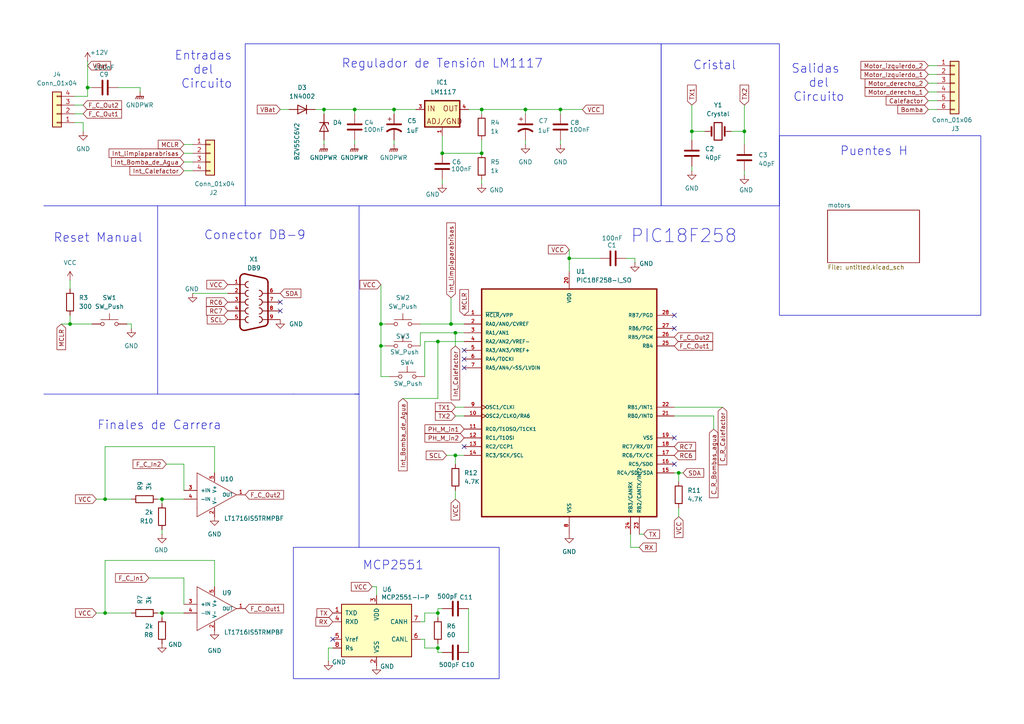
<source format=kicad_sch>
(kicad_sch (version 20250114) (generator "eeschema") (generator_version "9.0")
  (paper "A4")
  (title_block (title "Proyecto - Limpia Parabrisas") (date "2025-03-26") (company "Universidad de Barcelona") (comment 1 "Argibay Manuel, Yang Alex"))
  (lib_symbols
    (symbol "Connector_Generic:Conn_01x04" (pin_names (offset 1.016) (hide yes))
      (property "Reference" "J" (at 0 5.08 0))
      (property "Value" "Conn_01x04" (at 0 -7.62 0))
      (symbol "Conn_01x04_1_1"
        (rectangle (start -1.27 3.81) (end 1.27 -6.35) (stroke (width 0.254)) (fill (type background)))
        (rectangle (start -1.27 2.667) (end 0 2.413) (stroke (width 0.1524)))
        (rectangle (start -1.27 0.127) (end 0 -0.127) (stroke (width 0.1524)))
        (rectangle (start -1.27 -2.413) (end 0 -2.667) (stroke (width 0.1524)))
        (rectangle (start -1.27 -4.953) (end 0 -5.207) (stroke (width 0.1524)))
        (pin passive line (at -5.08 2.54 0) (length 3.81) (name "Pin_1") (number "1"))
        (pin passive line (at -5.08 0 0) (length 3.81) (name "Pin_2") (number "2"))
        (pin passive line (at -5.08 -2.54 0) (length 3.81) (name "Pin_3") (number "3"))
        (pin passive line (at -5.08 -5.08 0) (length 3.81) (name "Pin_4") (number "4"))
      )
    )
    (symbol "Connector_Generic:Conn_01x06" (pin_names (offset 1.016) (hide yes))
      (property "Reference" "J" (at 0 7.62 0))
      (property "Value" "Conn_01x06" (at 0 -10.16 0))
      (symbol "Conn_01x06_1_1"
        (rectangle (start -1.27 6.35) (end 1.27 -8.89) (stroke (width 0.254)) (fill (type background)))
        (rectangle (start -1.27 5.207) (end 0 4.953) (stroke (width 0.1524)))
        (rectangle (start -1.27 2.667) (end 0 2.413) (stroke (width 0.1524)))
        (rectangle (start -1.27 0.127) (end 0 -0.127) (stroke (width 0.1524)))
        (rectangle (start -1.27 -2.413) (end 0 -2.667) (stroke (width 0.1524)))
        (rectangle (start -1.27 -4.953) (end 0 -5.207) (stroke (width 0.1524)))
        (rectangle (start -1.27 -7.493) (end 0 -7.747) (stroke (width 0.1524)))
        (pin passive line (at -5.08 5.08 0) (length 3.81) (name "Pin_1") (number "1"))
        (pin passive line (at -5.08 2.54 0) (length 3.81) (name "Pin_2") (number "2"))
        (pin passive line (at -5.08 0 0) (length 3.81) (name "Pin_3") (number "3"))
        (pin passive line (at -5.08 -2.54 0) (length 3.81) (name "Pin_4") (number "4"))
        (pin passive line (at -5.08 -5.08 0) (length 3.81) (name "Pin_5") (number "5"))
        (pin passive line (at -5.08 -7.62 0) (length 3.81) (name "Pin_6") (number "6"))
      )
    )
    (symbol "DB9:DB9" (pin_names (offset 1.016))
      (property "Reference" "X" (at -3.8161 8.9043 0))
      (property "Value" "DB9" (at -3.8152 -10.8098 0))
      (symbol "DB9_0_0"
        (polyline (pts (xy -4.064 -6.9312) (xy -4.064 6.9312)) (stroke (width 0.4064)))
        (arc (start -2.5226 -8.1719) (mid -3.5932 -7.9182) (end -4.064 -6.9312) (stroke (width 0.4064)))
        (arc (start -4.064 6.9312) (mid -3.5903 7.9205) (end -2.5226 8.172) (stroke (width 0.4064)))
        (polyline (pts (xy -2.5226 8.1718) (xy 0 7.62)) (stroke (width 0.4064)))
        (polyline (pts (xy -2.5226 -8.1718) (xy 0 -7.62)) (stroke (width 0.4064)))
        (arc (start -1.651 4.191) (mid -2.5361 5.08) (end -1.651 5.969) (stroke (width 0.254)))
        (arc (start -1.651 1.651) (mid -2.5361 2.54) (end -1.651 3.429) (stroke (width 0.254)))
        (arc (start -1.651 -0.889) (mid -2.5361 0) (end -1.651 0.889) (stroke (width 0.254)))
        (arc (start -1.651 -3.429) (mid -2.5361 -2.54) (end -1.651 -1.651) (stroke (width 0.254)))
        (arc (start -1.651 -5.969) (mid -2.5361 -5.08) (end -1.651 -4.191) (stroke (width 0.254)))
        (polyline (pts (xy 0 7.62) (xy 3.0654 6.9494)) (stroke (width 0.4064)))
        (polyline (pts (xy 0 -7.62) (xy 3.0654 -6.9494)) (stroke (width 0.4064)))
        (arc (start 1.524 3.429) (mid 2.4091 2.54) (end 1.524 1.651) (stroke (width 0.254)))
        (arc (start 1.524 0.889) (mid 2.4091 0) (end 1.524 -0.889) (stroke (width 0.254)))
        (arc (start 1.524 -1.651) (mid 2.4091 -2.54) (end 1.524 -3.429) (stroke (width 0.254)))
        (arc (start 1.524 -4.191) (mid 2.4091 -5.08) (end 1.524 -5.969) (stroke (width 0.254)))
        (arc (start 3.0654 6.9495) (mid 3.7833 6.5051) (end 4.0642 5.7088) (stroke (width 0.4064)))
        (arc (start 4.064 -5.7088) (mid 3.7857 -6.5021) (end 3.0654 -6.9494) (stroke (width 0.4064)))
        (polyline (pts (xy 4.064 -5.7088) (xy 4.064 5.7088)) (stroke (width 0.4064)))
        (pin passive line (at -7.62 5.08 0) (length 5.08) (name "~") (number "1"))
        (pin passive line (at -7.62 2.54 0) (length 5.08) (name "~") (number "2"))
        (pin passive line (at -7.62 0 0) (length 5.08) (name "~") (number "3"))
        (pin passive line (at -7.62 -2.54 0) (length 5.08) (name "~") (number "4"))
        (pin passive line (at -7.62 -5.08 0) (length 5.08) (name "~") (number "5"))
        (pin passive line (at 7.62 2.54 180) (length 5.08) (name "~") (number "6"))
        (pin passive line (at 7.62 0 180) (length 5.08) (name "~") (number "7"))
        (pin passive line (at 7.62 -2.54 180) (length 5.08) (name "~") (number "8"))
        (pin passive line (at 7.62 -5.08 180) (length 5.08) (name "~") (number "9"))
      )
    )
    (symbol "Device:C" (pin_numbers (hide yes)) (pin_names (offset 0.254))
      (property "Reference" "C" (at 0.635 2.54 0))
      (property "Value" "C" (at 0.635 -2.54 0))
      (symbol "C_0_1"
        (polyline (pts (xy -2.032 0.762) (xy 2.032 0.762)) (stroke (width 0.508)))
        (polyline (pts (xy -2.032 -0.762) (xy 2.032 -0.762)) (stroke (width 0.508)))
      )
      (symbol "C_1_1"
        (pin passive line (at 0 3.81 270) (length 2.794) (name "~") (number "1"))
        (pin passive line (at 0 -3.81 90) (length 2.794) (name "~") (number "2"))
      )
    )
    (symbol "Device:C_Polarized_US" (pin_numbers (hide yes)) (pin_names (offset 0.254) (hide yes))
      (property "Reference" "C" (at 0.635 2.54 0))
      (property "Value" "C_Polarized_US" (at 0.635 -2.54 0))
      (symbol "C_Polarized_US_0_1"
        (polyline (pts (xy -2.032 0.762) (xy 2.032 0.762)) (stroke (width 0.508)))
        (polyline (pts (xy -1.778 2.286) (xy -0.762 2.286)))
        (polyline (pts (xy -1.27 1.778) (xy -1.27 2.794)))
        (arc (start -2.032 -1.27) (mid 0 -0.5572) (end 2.032 -1.27) (stroke (width 0.508)))
      )
      (symbol "C_Polarized_US_1_1"
        (pin passive line (at 0 3.81 270) (length 2.794) (name "~") (number "1"))
        (pin passive line (at 0 -3.81 90) (length 3.302) (name "~") (number "2"))
      )
    )
    (symbol "Device:Crystal" (pin_numbers (hide yes)) (pin_names (offset 1.016) (hide yes))
      (property "Reference" "Y" (at 0 3.81 0))
      (property "Value" "Crystal" (at 0 -3.81 0))
      (symbol "Crystal_0_1"
        (polyline (pts (xy -2.54 0) (xy -1.905 0)))
        (polyline (pts (xy -1.905 -1.27) (xy -1.905 1.27)) (stroke (width 0.508)))
        (rectangle (start -1.143 2.54) (end 1.143 -2.54) (stroke (width 0.3048)))
        (polyline (pts (xy 1.905 -1.27) (xy 1.905 1.27)) (stroke (width 0.508)))
        (polyline (pts (xy 2.54 0) (xy 1.905 0)))
      )
      (symbol "Crystal_1_1"
        (pin passive line (at -3.81 0 0) (length 1.27) (name "1") (number "1"))
        (pin passive line (at 3.81 0 180) (length 1.27) (name "2") (number "2"))
      )
    )
    (symbol "Device:R" (pin_numbers (hide yes)) (pin_names (offset 0))
      (property "Reference" "R" (at 2.032 0 90))
      (property "Value" "R" (at 0 0 90))
      (symbol "R_0_1"
        (rectangle (start -1.016 -2.54) (end 1.016 2.54) (stroke (width 0.254)))
      )
      (symbol "R_1_1"
        (pin passive line (at 0 3.81 270) (length 1.27) (name "~") (number "1"))
        (pin passive line (at 0 -3.81 90) (length 1.27) (name "~") (number "2"))
      )
    )
    (symbol "Diode:1N4002" (pin_numbers (hide yes)) (pin_names (hide yes))
      (property "Reference" "D" (at 0 2.54 0))
      (property "Value" "1N4002" (at 0 -2.54 0))
      (symbol "1N4002_0_1"
        (polyline (pts (xy -1.27 1.27) (xy -1.27 -1.27)) (stroke (width 0.254)))
        (polyline (pts (xy 1.27 1.27) (xy 1.27 -1.27) (xy -1.27 0) (xy 1.27 1.27)) (stroke (width 0.254)))
        (polyline (pts (xy 1.27 0) (xy -1.27 0)))
      )
      (symbol "1N4002_1_1"
        (pin passive line (at -3.81 0 0) (length 2.54) (name "K") (number "1"))
        (pin passive line (at 3.81 0 180) (length 2.54) (name "A") (number "2"))
      )
    )
    (symbol "Diode:BZV55C6V2" (pin_numbers (hide yes)) (pin_names (hide yes))
      (property "Reference" "D" (at 0 2.54 0))
      (property "Value" "BZV55C6V2" (at 0 -2.54 0))
      (symbol "BZV55C6V2_0_1"
        (polyline (pts (xy -1.27 -1.27) (xy -1.27 1.27) (xy -0.762 1.27)) (stroke (width 0.254)))
        (polyline (pts (xy 1.27 0) (xy -1.27 0)))
        (polyline (pts (xy 1.27 -1.27) (xy 1.27 1.27) (xy -1.27 0) (xy 1.27 -1.27)) (stroke (width 0.254)))
      )
      (symbol "BZV55C6V2_1_1"
        (pin passive line (at -3.81 0 0) (length 2.54) (name "K") (number "1"))
        (pin passive line (at 3.81 0 180) (length 2.54) (name "A") (number "2"))
      )
    )
    (symbol "Interface_CAN_LIN:MCP2551-I-P" (pin_names (offset 1.016))
      (property "Reference" "U" (at -10.16 8.89 0))
      (property "Value" "MCP2551-I-P" (at 2.54 8.89 0))
      (symbol "MCP2551-I-P_0_1"
        (rectangle (start -10.16 7.62) (end 10.16 -7.62) (stroke (width 0.254)) (fill (type background)))
      )
      (symbol "MCP2551-I-P_1_1"
        (pin input line (at -12.7 5.08 0) (length 2.54) (name "TXD") (number "1"))
        (pin output line (at -12.7 2.54 0) (length 2.54) (name "RXD") (number "4"))
        (pin power_out line (at -12.7 -2.54 0) (length 2.54) (name "Vref") (number "5"))
        (pin input line (at -12.7 -5.08 0) (length 2.54) (name "Rs") (number "8"))
        (pin power_in line (at 0 10.16 270) (length 2.54) (name "VDD") (number "3"))
        (pin power_in line (at 0 -10.16 90) (length 2.54) (name "VSS") (number "2"))
        (pin bidirectional line (at 12.7 2.54 180) (length 2.54) (name "CANH") (number "7"))
        (pin bidirectional line (at 12.7 -2.54 180) (length 2.54) (name "CANL") (number "6"))
      )
    )
    (symbol "LM1117:LM1117" (pin_names (offset 1.016))
      (property "Reference" "IC" (at 2.5423 -7.6268 0))
      (property "Value" "LM1117" (at 2.545 -10.1799 0))
      (symbol "LM1117_0_0"
        (rectangle (start -5.08 -5.08) (end 5.08 2.54) (stroke (width 0.4064)) (fill (type background)))
        (text "ADJ/GND" (at -4.577 -4.3227 0) (effects (font (size 1.5257 1.5257)) (justify left bottom)))
        (text "IN" (at -4.4492 -0.6356 0) (effects (font (size 1.5254 1.5254)) (justify left bottom)))
        (text "OUT" (at 0.1273 -0.6363 0) (effects (font (size 1.527 1.527)) (justify left bottom)))
        (pin input line (at -7.62 0 0) (length 2.54) (name "~") (number "3"))
        (pin input line (at 0 -7.62 90) (length 2.54) (name "~") (number "1"))
        (pin passive line (at 7.62 0 180) (length 2.54) (name "~") (number "4"))
      )
    )
    (symbol "LT1716IS5TRMPBF_1" (pin_names (offset 1.016))
      (property "Reference" "U" (at 15.6194 9.1325 0))
      (property "Value" "LT1716IS5TRMPBF" (at 14.9755 6.5852 0))
      (symbol "LT1716IS5TRMPBF_1_0_1"
        (polyline (pts (xy 15.24 -8.89) (xy 26.67 -15.24)))
        (polyline (pts (xy 15.24 -11.43) (xy 15.24 -8.89)))
        (rectangle (start 15.24 -11.43) (end 15.24 -19.05))
        (polyline (pts (xy 15.24 -21.59) (xy 15.24 -19.05)))
        (polyline (pts (xy 26.67 -15.24) (xy 15.24 -21.59)))
      )
      (symbol "LT1716IS5TRMPBF_1_1_0"
        (pin input line (at 11.43 -13.97 0) (length 3.81) (name "+IN") (number "3"))
        (pin input line (at 11.43 -16.51 0) (length 3.81) (name "-IN") (number "4"))
        (pin power_in line (at 20.32 -8.89 270) (length 2.54) (name "V+") (number "5"))
        (pin power_in line (at 20.32 -21.59 90) (length 2.54) (name "V-") (number "2"))
        (pin output line (at 29.21 -15.24 180) (length 2.54) (name "OUT") (number "1"))
      )
    )
    (symbol "PIC18F258-I_SO:PIC18F258-I_SO" (pin_names (offset 1.016))
      (property "Reference" "U" (at -25.4 34.02 0))
      (property "Value" "PIC18F258-I_SO" (at -25.4 -37.02 0))
      (symbol "PIC18F258-I_SO_0_0"
        (rectangle (start -25.4 33.02) (end 25.4 -33.02) (stroke (width 0.41)) (fill (type background)))
        (pin input line (at -30.48 25.4 0) (length 5.08) (name "~{MCLR}/VPP") (number "1"))
        (pin bidirectional line (at -30.48 22.86 0) (length 5.08) (name "RA0/AN0/CVREF") (number "2"))
        (pin bidirectional line (at -30.48 20.32 0) (length 5.08) (name "RA1/AN1") (number "3"))
        (pin bidirectional line (at -30.48 17.78 0) (length 5.08) (name "RA2/AN2/VREF-") (number "4"))
        (pin bidirectional line (at -30.48 15.24 0) (length 5.08) (name "RA3/AN3/VREF+") (number "5"))
        (pin bidirectional line (at -30.48 12.7 0) (length 5.08) (name "RA4/T0CKI") (number "6"))
        (pin input line (at -30.48 10.16 0) (length 5.08) (name "RA5/AN4/~SS/LVDIN") (number "7"))
        (pin input clock (at -30.48 -1.27 0) (length 5.08) (name "OSC1/CLKI") (number "9"))
        (pin output clock (at -30.48 -3.81 0) (length 5.08) (name "OSC2/CLKO/RA6") (number "10"))
        (pin bidirectional line (at -30.48 -7.62 0) (length 5.08) (name "RC0/T1OSO/T1CK1") (number "11"))
        (pin bidirectional line (at -30.48 -10.16 0) (length 5.08) (name "RC1/T1OSI") (number "12"))
        (pin bidirectional line (at -30.48 -12.7 0) (length 5.08) (name "RC2/CCP1") (number "13"))
        (pin bidirectional line (at -30.48 -15.24 0) (length 5.08) (name "RC3/SCK/SCL") (number "14"))
        (pin power_in line (at 0 38.1 270) (length 5.08) (name "VDD") (number "20"))
        (pin power_in line (at 0 -38.1 90) (length 5.08) (name "VSS") (number "8"))
        (pin bidirectional line (at 17.78 -38.1 90) (length 5.08) (name "RB3/CANRX") (number "24"))
        (pin input line (at 20.32 -38.1 90) (length 5.08) (name "RB2/CANTX/INT2") (number "23"))
        (pin bidirectional line (at 30.48 25.4 180) (length 5.08) (name "RB7/PGD") (number "28"))
        (pin bidirectional line (at 30.48 21.59 180) (length 5.08) (name "RB6/PGC") (number "27"))
        (pin bidirectional line (at 30.48 19.05 180) (length 5.08) (name "RB5/PGM") (number "26"))
        (pin bidirectional line (at 30.48 16.51 180) (length 5.08) (name "RB4") (number "25"))
        (pin input line (at 30.48 -1.27 180) (length 5.08) (name "RB1/INT1") (number "22"))
        (pin input line (at 30.48 -3.81 180) (length 5.08) (name "RB0/INT0") (number "21"))
        (pin power_in line (at 30.48 -10.16 180) (length 5.08) (name "VSS") (number "19"))
        (pin bidirectional line (at 30.48 -12.7 180) (length 5.08) (name "RC7/RX/DT") (number "18"))
        (pin bidirectional line (at 30.48 -15.24 180) (length 5.08) (name "RC6/TX/CK") (number "17"))
        (pin bidirectional line (at 30.48 -17.78 180) (length 5.08) (name "RC5/SDO") (number "16"))
        (pin bidirectional line (at 30.48 -20.32 180) (length 5.08) (name "RC4/SDI/SDA") (number "15"))
      )
    )
    (symbol "Switch:SW_Push" (pin_numbers (hide yes)) (pin_names (offset 1.016) (hide yes))
      (property "Reference" "SW" (at 1.27 2.54 0))
      (property "Value" "SW_Push" (at 0 -1.524 0))
      (symbol "SW_Push_0_1"
        (circle (center -2.032 0) (radius 0.508))
        (polyline (pts (xy 0 1.27) (xy 0 3.048)))
        (circle (center 2.032 0) (radius 0.508))
        (polyline (pts (xy 2.54 1.27) (xy -2.54 1.27)))
        (pin passive line (at -5.08 0 0) (length 2.54) (name "1") (number "1"))
        (pin passive line (at 5.08 0 180) (length 2.54) (name "2") (number "2"))
      )
    )
    (symbol "power:+12V" (power) (pin_numbers (hide yes)) (pin_names (offset 0) (hide yes))
      (property "Value" "+12V" (at 0 3.556 0))
      (symbol "+12V_0_1"
        (polyline (pts (xy -0.762 1.27) (xy 0 2.54)))
        (polyline (pts (xy 0 2.54) (xy 0.762 1.27)))
        (polyline (pts (xy 0 0) (xy 0 2.54)))
      )
      (symbol "+12V_1_1"
        (pin power_in line (at 0 0 90) (length 0) (name "~") (number "1"))
      )
    )
    (symbol "power:GND" (power) (pin_numbers (hide yes)) (pin_names (offset 0) (hide yes))
      (property "Value" "GND" (at 0 -3.81 0))
      (symbol "GND_0_1"
        (polyline (pts (xy 0 0) (xy 0 -1.27) (xy 1.27 -1.27) (xy 0 -2.54) (xy -1.27 -1.27) (xy 0 -1.27)))
      )
      (symbol "GND_1_1"
        (pin power_in line (at 0 0 270) (length 0) (name "~") (number "1"))
      )
    )
    (symbol "power:GNDPWR" (power) (pin_numbers (hide yes)) (pin_names (offset 0) (hide yes))
      (property "Value" "GNDPWR" (at 0 -3.302 0))
      (symbol "GNDPWR_0_1"
        (polyline (pts (xy -1.016 -1.27) (xy -1.27 -2.032) (xy -1.27 -2.032)) (stroke (width 0.2032)))
        (polyline (pts (xy -0.508 -1.27) (xy -0.762 -2.032) (xy -0.762 -2.032)) (stroke (width 0.2032)))
        (polyline (pts (xy 0 -1.27) (xy 0 0)))
        (polyline (pts (xy 0 -1.27) (xy -0.254 -2.032) (xy -0.254 -2.032)) (stroke (width 0.2032)))
        (polyline (pts (xy 0.508 -1.27) (xy 0.254 -2.032) (xy 0.254 -2.032)) (stroke (width 0.2032)))
        (polyline (pts (xy 1.016 -1.27) (xy -1.016 -1.27) (xy -1.016 -1.27)) (stroke (width 0.2032)))
        (polyline (pts (xy 1.016 -1.27) (xy 0.762 -2.032) (xy 0.762 -2.032) (xy 0.762 -2.032)) (stroke (width 0.2032)))
      )
      (symbol "GNDPWR_1_1"
        (pin power_in line (at 0 0 270) (length 0) (name "~") (number "1"))
      )
    )
    (symbol "power:VCC" (power) (pin_numbers (hide yes)) (pin_names (offset 0) (hide yes))
      (property "Value" "VCC" (at 0 3.556 0))
      (symbol "VCC_0_1"
        (polyline (pts (xy -0.762 1.27) (xy 0 2.54)))
        (polyline (pts (xy 0 2.54) (xy 0.762 1.27)))
        (polyline (pts (xy 0 0) (xy 0 2.54)))
      )
      (symbol "VCC_1_1"
        (pin power_in line (at 0 0 90) (length 0) (name "~") (number "1"))
      )
    )
  )
  (rectangle (start 191.77 12.7) (end 226.06 59.69))
  (rectangle (start 85.09 158.75) (end 144.78 196.85))
  (rectangle (start 71.12 12.7) (end 191.77 59.69))
  (rectangle (start 226.06 39.37) (end 284.48 91.44))
  (text "Entradas \ndel \nCircuito" (at 59.944 20.32 0) (effects (font (size 2.54 2.54))))
  (text "Cristal" (at 207.264 19.05 0) (effects (font (size 2.54 2.54))))
  (text "Conector DB-9\n" (at 73.914 68.326 0) (effects (font (size 2.54 2.54))))
  (text "PIC18F258\n" (at 198.374 68.58 0) (effects (font (size 3.81 3.81))))
  (text "Regulador de Tensión LM1117" (at 128.27 18.542 0) (effects (font (size 2.54 2.54))))
  (text "MCP2551" (at 114.046 164.084 0) (effects (font (size 2.54 2.54))))
  (text "Reset Manual" (at 28.448 69.088 0) (effects (font (size 2.54 2.54))))
  (text "Finales de Carrera" (at 46.228 123.444 0) (effects (font (size 2.54 2.54))))
  (text "Salidas \ndel\nCircuito" (at 237.49 24.13 0) (effects (font (size 2.54 2.54))))
  (text "Puentes H" (at 253.492 43.942 0) (effects (font (size 2.54 2.54))))
  (junction (at 139.7 44.45))
  (junction (at 200.66 38.1))
  (junction (at 215.9 38.1))
  (junction (at 127 187.96))
  (junction (at 30.48 177.8))
  (junction (at 130.81 93.98))
  (junction (at 30.48 144.78))
  (junction (at 102.87 31.75))
  (junction (at 110.49 93.98))
  (junction (at 46.99 144.78))
  (junction (at 20.32 93.98))
  (junction (at 127 177.8))
  (junction (at 110.49 100.33))
  (junction (at 139.7 31.75))
  (junction (at 165.1 74.93))
  (junction (at 132.08 96.52))
  (junction (at 128.27 44.45))
  (junction (at 196.85 137.16))
  (junction (at 152.4 31.75))
  (junction (at 25.4 25.4))
  (junction (at 46.99 177.8))
  (junction (at 162.56 31.75))
  (junction (at 127 99.06))
  (junction (at 93.98 31.75))
  (junction (at 114.3 31.75))
  (junction (at 132.08 132.08))
  (no_connect (at 195.58 91.44))
  (no_connect (at 134.62 129.54))
  (no_connect (at 134.62 104.14))
  (no_connect (at 81.28 90.17))
  (no_connect (at 96.52 185.42))
  (no_connect (at 81.28 87.63))
  (no_connect (at 195.58 127))
  (no_connect (at 195.58 134.62))
  (no_connect (at 195.58 95.25))
  (no_connect (at 134.62 106.68))
  (no_connect (at 134.62 101.6))
  (wire (pts (xy 127 99.06) (xy 134.62 99.06)))
  (wire (pts (xy 116.84 115.57) (xy 127 115.57)))
  (wire (pts (xy 182.88 158.75) (xy 182.88 154.94)))
  (wire (pts (xy 46.99 144.78) (xy 46.99 146.05)))
  (wire (pts (xy 127 115.57) (xy 127 99.06)))
  (wire (pts (xy 123.19 109.22) (xy 123.19 99.06)))
  (wire (pts (xy 53.34 134.62) (xy 53.34 142.24)))
  (wire (pts (xy 55.88 85.09) (xy 66.04 85.09)))
  (wire (pts (xy 269.24 19.05) (xy 271.78 19.05)))
  (polyline (pts (xy 104.14 114.3) (xy 104.14 158.75)))
  (wire (pts (xy 110.49 93.98) (xy 110.49 100.33)))
  (wire (pts (xy 123.19 180.34) (xy 123.19 177.8)))
  (wire (pts (xy 215.9 30.48) (xy 215.9 38.1)))
  (wire (pts (xy 30.48 177.8) (xy 38.1 177.8)))
  (wire (pts (xy 109.22 170.18) (xy 109.22 172.72)))
  (wire (pts (xy 24.13 35.56) (xy 24.13 38.1)))
  (wire (pts (xy 215.9 49.53) (xy 215.9 50.8)))
  (wire (pts (xy 53.34 49.53) (xy 55.88 49.53)))
  (wire (pts (xy 185.42 158.75) (xy 182.88 158.75)))
  (wire (pts (xy 121.92 100.33) (xy 121.92 96.52)))
  (wire (pts (xy 45.72 177.8) (xy 46.99 177.8)))
  (wire (pts (xy 135.89 31.75) (xy 139.7 31.75)))
  (wire (pts (xy 196.85 137.16) (xy 196.85 139.7)))
  (wire (pts (xy 30.48 129.54) (xy 30.48 144.78)))
  (wire (pts (xy 127 177.8) (xy 127 179.07)))
  (wire (pts (xy 21.59 35.56) (xy 24.13 35.56)))
  (wire (pts (xy 269.24 26.67) (xy 271.78 26.67)))
  (wire (pts (xy 110.49 100.33) (xy 111.76 100.33)))
  (wire (pts (xy 95.25 191.77) (xy 95.25 187.96)))
  (wire (pts (xy 127 187.96) (xy 127 186.69)))
  (wire (pts (xy 200.66 30.48) (xy 200.66 38.1)))
  (wire (pts (xy 132.08 118.11) (xy 134.62 118.11)))
  (wire (pts (xy 81.28 31.75) (xy 83.82 31.75)))
  (wire (pts (xy 21.59 33.02) (xy 24.13 33.02)))
  (wire (pts (xy 121.92 93.98) (xy 130.81 93.98)))
  (wire (pts (xy 30.48 144.78) (xy 27.94 144.78)))
  (wire (pts (xy 132.08 120.65) (xy 134.62 120.65)))
  (wire (pts (xy 30.48 162.56) (xy 62.23 162.56)))
  (wire (pts (xy 207.01 124.46) (xy 207.01 120.65)))
  (wire (pts (xy 123.19 187.96) (xy 127 187.96)))
  (wire (pts (xy 30.48 129.54) (xy 62.23 129.54)))
  (wire (pts (xy 25.4 25.4) (xy 25.4 27.94)))
  (wire (pts (xy 93.98 31.75) (xy 102.87 31.75)))
  (wire (pts (xy 123.19 177.8) (xy 127 177.8)))
  (wire (pts (xy 196.85 147.32) (xy 196.85 149.86)))
  (wire (pts (xy 121.92 96.52) (xy 132.08 96.52)))
  (wire (pts (xy 110.49 82.55) (xy 110.49 93.98)))
  (wire (pts (xy 107.95 170.18) (xy 109.22 170.18)))
  (wire (pts (xy 139.7 31.75) (xy 139.7 33.02)))
  (wire (pts (xy 114.3 40.64) (xy 114.3 41.91)))
  (wire (pts (xy 91.44 31.75) (xy 93.98 31.75)))
  (wire (pts (xy 127 176.53) (xy 127 177.8)))
  (wire (pts (xy 184.15 74.93) (xy 184.15 76.2)))
  (wire (pts (xy 132.08 132.08) (xy 134.62 132.08)))
  (wire (pts (xy 195.58 118.11) (xy 209.55 118.11)))
  (wire (pts (xy 123.19 187.96) (xy 123.19 185.42)))
  (wire (pts (xy 200.66 38.1) (xy 200.66 40.64)))
  (wire (pts (xy 53.34 144.78) (xy 46.99 144.78)))
  (wire (pts (xy 38.1 93.98) (xy 38.1 95.25)))
  (wire (pts (xy 165.1 74.93) (xy 165.1 78.74)))
  (wire (pts (xy 139.7 40.64) (xy 139.7 44.45)))
  (wire (pts (xy 128.27 53.34) (xy 128.27 52.07)))
  (wire (pts (xy 62.23 129.54) (xy 62.23 137.16)))
  (polyline (pts (xy 12.7 114.3) (xy 85.09 114.3)))
  (wire (pts (xy 162.56 31.75) (xy 168.91 31.75)))
  (wire (pts (xy 21.59 27.94) (xy 25.4 27.94)))
  (wire (pts (xy 20.32 81.28) (xy 20.32 83.82)))
  (wire (pts (xy 130.81 93.98) (xy 134.62 93.98)))
  (wire (pts (xy 102.87 31.75) (xy 102.87 33.02)))
  (wire (pts (xy 102.87 40.64) (xy 102.87 41.91)))
  (wire (pts (xy 53.34 44.45) (xy 55.88 44.45)))
  (wire (pts (xy 114.3 31.75) (xy 120.65 31.75)))
  (wire (pts (xy 269.24 31.75) (xy 271.78 31.75)))
  (wire (pts (xy 25.4 17.78) (xy 25.4 25.4)))
  (wire (pts (xy 128.27 176.53) (xy 127 176.53)))
  (wire (pts (xy 36.83 93.98) (xy 38.1 93.98)))
  (wire (pts (xy 162.56 31.75) (xy 162.56 33.02)))
  (wire (pts (xy 53.34 46.99) (xy 55.88 46.99)))
  (wire (pts (xy 30.48 144.78) (xy 38.1 144.78)))
  (wire (pts (xy 128.27 44.45) (xy 139.7 44.45)))
  (wire (pts (xy 123.19 99.06) (xy 127 99.06)))
  (wire (pts (xy 165.1 72.39) (xy 165.1 74.93)))
  (wire (pts (xy 45.72 144.78) (xy 46.99 144.78)))
  (wire (pts (xy 215.9 38.1) (xy 215.9 41.91)))
  (wire (pts (xy 46.99 177.8) (xy 46.99 179.07)))
  (wire (pts (xy 93.98 31.75) (xy 93.98 33.02)))
  (wire (pts (xy 95.25 187.96) (xy 96.52 187.96)))
  (wire (pts (xy 17.78 93.98) (xy 20.32 93.98)))
  (wire (pts (xy 43.18 167.64) (xy 53.34 167.64)))
  (wire (pts (xy 20.32 91.44) (xy 20.32 93.98)))
  (wire (pts (xy 196.85 137.16) (xy 195.58 137.16)))
  (wire (pts (xy 139.7 52.07) (xy 139.7 53.34)))
  (wire (pts (xy 135.89 176.53) (xy 135.89 189.23)))
  (wire (pts (xy 269.24 29.21) (xy 271.78 29.21)))
  (wire (pts (xy 48.26 134.62) (xy 53.34 134.62)))
  (wire (pts (xy 132.08 96.52) (xy 132.08 100.33)))
  (wire (pts (xy 114.3 31.75) (xy 114.3 33.02)))
  (wire (pts (xy 200.66 38.1) (xy 204.47 38.1)))
  (wire (pts (xy 207.01 120.65) (xy 195.58 120.65)))
  (wire (pts (xy 110.49 93.98) (xy 111.76 93.98)))
  (wire (pts (xy 165.1 74.93) (xy 173.99 74.93)))
  (wire (pts (xy 139.7 31.75) (xy 152.4 31.75)))
  (wire (pts (xy 186.69 154.94) (xy 185.42 154.94)))
  (wire (pts (xy 113.03 109.22) (xy 110.49 109.22)))
  (wire (pts (xy 129.54 132.08) (xy 132.08 132.08)))
  (wire (pts (xy 269.24 21.59) (xy 271.78 21.59)))
  (wire (pts (xy 20.32 93.98) (xy 26.67 93.98)))
  (wire (pts (xy 130.81 86.36) (xy 130.81 93.98)))
  (polyline (pts (xy 85.09 114.3) (xy 104.14 114.3)))
  (wire (pts (xy 200.66 48.26) (xy 200.66 49.53)))
  (wire (pts (xy 40.64 25.4) (xy 34.29 25.4)))
  (wire (pts (xy 128.27 39.37) (xy 128.27 44.45)))
  (polyline (pts (xy 102.87 114.3) (xy 104.14 114.3)))
  (wire (pts (xy 152.4 40.64) (xy 152.4 41.91)))
  (wire (pts (xy 53.34 177.8) (xy 46.99 177.8)))
  (wire (pts (xy 269.24 24.13) (xy 271.78 24.13)))
  (wire (pts (xy 93.98 40.64) (xy 93.98 41.91)))
  (wire (pts (xy 30.48 177.8) (xy 27.94 177.8)))
  (polyline (pts (xy 45.72 59.69) (xy 45.72 114.3)))
  (wire (pts (xy 132.08 96.52) (xy 134.62 96.52)))
  (wire (pts (xy 212.09 38.1) (xy 215.9 38.1)))
  (wire (pts (xy 127 187.96) (xy 127 189.23)))
  (wire (pts (xy 25.4 25.4) (xy 26.67 25.4)))
  (wire (pts (xy 121.92 185.42) (xy 123.19 185.42)))
  (wire (pts (xy 152.4 31.75) (xy 152.4 33.02)))
  (wire (pts (xy 181.61 74.93) (xy 184.15 74.93)))
  (wire (pts (xy 55.88 41.91) (xy 53.34 41.91)))
  (wire (pts (xy 21.59 30.48) (xy 24.13 30.48)))
  (wire (pts (xy 40.64 26.67) (xy 40.64 25.4)))
  (wire (pts (xy 53.34 167.64) (xy 53.34 175.26)))
  (wire (pts (xy 30.48 162.56) (xy 30.48 177.8)))
  (wire (pts (xy 110.49 109.22) (xy 110.49 100.33)))
  (wire (pts (xy 121.92 180.34) (xy 123.19 180.34)))
  (wire (pts (xy 102.87 31.75) (xy 114.3 31.75)))
  (wire (pts (xy 127 189.23) (xy 128.27 189.23)))
  (wire (pts (xy 132.08 142.24) (xy 132.08 144.78)))
  (polyline (pts (xy 12.7 59.69) (xy 71.12 59.69)))
  (wire (pts (xy 62.23 162.56) (xy 62.23 170.18)))
  (wire (pts (xy 162.56 40.64) (xy 162.56 41.91)))
  (polyline (pts (xy 104.14 59.69) (xy 104.14 114.3)))
  (wire (pts (xy 46.99 153.67) (xy 46.99 154.94)))
  (wire (pts (xy 198.12 137.16) (xy 196.85 137.16)))
  (wire (pts (xy 152.4 31.75) (xy 162.56 31.75)))
  (wire (pts (xy 132.08 132.08) (xy 132.08 134.62)))
  (global_label "C_R_Bombas_agua" (shape input) (at 207.01 124.46 270) (property "Intersheetrefs" "${INTERSHEET_REFS}" (effects (hide yes))))
  (global_label "VBat" (shape input) (at 25.4 19.05 0) (property "Intersheetrefs" "${INTERSHEET_REFS}" (effects (hide yes))))
  (global_label "Int_limpiaparabrisas" (shape input) (at 130.81 86.36 90) (property "Intersheetrefs" "${INTERSHEET_REFS}" (effects (hide yes))))
  (global_label "F_C_Out1" (shape input) (at 71.12 176.53 0) (property "Intersheetrefs" "${INTERSHEET_REFS}" (effects (hide yes))))
  (global_label "RX" (shape input) (at 185.42 158.75 0) (property "Intersheetrefs" "${INTERSHEET_REFS}" (effects (hide yes))))
  (global_label "TX1" (shape input) (at 200.66 30.48 90) (property "Intersheetrefs" "${INTERSHEET_REFS}" (effects (hide yes))))
  (global_label "PH_M_in1" (shape input) (at 134.62 124.46 180) (property "Intersheetrefs" "${INTERSHEET_REFS}" (effects (hide yes))))
  (global_label "VCC" (shape input) (at 132.08 144.78 270) (property "Intersheetrefs" "${INTERSHEET_REFS}" (effects (hide yes))))
  (global_label "MCLR" (shape input) (at 134.62 91.44 90) (property "Intersheetrefs" "${INTERSHEET_REFS}" (effects (hide yes))))
  (global_label "Motor_derecho_1" (shape input) (at 269.24 26.67 180) (property "Intersheetrefs" "${INTERSHEET_REFS}" (effects (hide yes))))
  (global_label "F_C_Out2" (shape input) (at 24.13 30.48 0) (property "Intersheetrefs" "${INTERSHEET_REFS}" (effects (hide yes))))
  (global_label "MCLR" (shape input) (at 17.78 93.98 270) (property "Intersheetrefs" "${INTERSHEET_REFS}" (effects (hide yes))))
  (global_label "TX2" (shape input) (at 215.9 30.48 90) (property "Intersheetrefs" "${INTERSHEET_REFS}" (effects (hide yes))))
  (global_label "TX" (shape input) (at 96.52 177.8 180) (property "Intersheetrefs" "${INTERSHEET_REFS}" (effects (hide yes))))
  (global_label "VCC" (shape input) (at 110.49 82.55 180) (property "Intersheetrefs" "${INTERSHEET_REFS}" (effects (hide yes))))
  (global_label "F_C_In1" (shape input) (at 43.18 167.64 180) (property "Intersheetrefs" "${INTERSHEET_REFS}" (effects (hide yes))))
  (global_label "Motor_izquierdo_2" (shape input) (at 269.24 19.05 180) (property "Intersheetrefs" "${INTERSHEET_REFS}" (effects (hide yes))))
  (global_label "VCC" (shape input) (at 107.95 170.18 180) (property "Intersheetrefs" "${INTERSHEET_REFS}" (effects (hide yes))))
  (global_label "VCC" (shape input) (at 66.04 82.55 180) (property "Intersheetrefs" "${INTERSHEET_REFS}" (effects (hide yes))))
  (global_label "Calefactor" (shape input) (at 269.24 29.21 180) (property "Intersheetrefs" "${INTERSHEET_REFS}" (effects (hide yes))))
  (global_label "Int_Calefactor" (shape input) (at 53.34 49.53 180) (property "Intersheetrefs" "${INTERSHEET_REFS}" (effects (hide yes))))
  (global_label "RC7" (shape input) (at 195.58 129.54 0) (property "Intersheetrefs" "${INTERSHEET_REFS}" (effects (hide yes))))
  (global_label "VCC" (shape input) (at 27.94 144.78 180) (property "Intersheetrefs" "${INTERSHEET_REFS}" (effects (hide yes))))
  (global_label "Motor_Izquierdo_1" (shape input) (at 269.24 21.59 180) (property "Intersheetrefs" "${INTERSHEET_REFS}" (effects (hide yes))))
  (global_label "TX" (shape input) (at 186.69 154.94 0) (property "Intersheetrefs" "${INTERSHEET_REFS}" (effects (hide yes))))
  (global_label "RC6" (shape input) (at 66.04 87.63 180) (property "Intersheetrefs" "${INTERSHEET_REFS}" (effects (hide yes))))
  (global_label "F_C_Out2" (shape input) (at 195.58 97.79 0) (property "Intersheetrefs" "${INTERSHEET_REFS}" (effects (hide yes))))
  (global_label "SDA" (shape input) (at 81.28 85.09 0) (property "Intersheetrefs" "${INTERSHEET_REFS}" (effects (hide yes))))
  (global_label "VCC" (shape input) (at 27.94 177.8 180) (property "Intersheetrefs" "${INTERSHEET_REFS}" (effects (hide yes))))
  (global_label "VCC" (shape input) (at 165.1 72.39 180) (property "Intersheetrefs" "${INTERSHEET_REFS}" (effects (hide yes))))
  (global_label "TX2" (shape input) (at 132.08 120.65 180) (property "Intersheetrefs" "${INTERSHEET_REFS}" (effects (hide yes))))
  (global_label "Int_Bomba_de_Agua" (shape input) (at 53.34 46.99 180) (property "Intersheetrefs" "${INTERSHEET_REFS}" (effects (hide yes))))
  (global_label "F_C_Out1" (shape input) (at 24.13 33.02 0) (property "Intersheetrefs" "${INTERSHEET_REFS}" (effects (hide yes))))
  (global_label "RC7" (shape input) (at 66.04 90.17 180) (property "Intersheetrefs" "${INTERSHEET_REFS}" (effects (hide yes))))
  (global_label "SCL" (shape input) (at 66.04 92.71 180) (property "Intersheetrefs" "${INTERSHEET_REFS}" (effects (hide yes))))
  (global_label "Int_Bomba_de_Agua" (shape input) (at 116.84 115.57 270) (property "Intersheetrefs" "${INTERSHEET_REFS}" (effects (hide yes))))
  (global_label "MCLR" (shape input) (at 53.34 41.91 180) (property "Intersheetrefs" "${INTERSHEET_REFS}" (effects (hide yes))))
  (global_label "SDA" (shape input) (at 198.12 137.16 0) (property "Intersheetrefs" "${INTERSHEET_REFS}" (effects (hide yes))))
  (global_label "F_C_Out1" (shape input) (at 195.58 100.33 0) (property "Intersheetrefs" "${INTERSHEET_REFS}" (effects (hide yes))))
  (global_label "F_C_Out2" (shape input) (at 71.12 143.51 0) (property "Intersheetrefs" "${INTERSHEET_REFS}" (effects (hide yes))))
  (global_label "F_C_In2" (shape input) (at 48.26 134.62 180) (property "Intersheetrefs" "${INTERSHEET_REFS}" (effects (hide yes))))
  (global_label "Int_Calefactor" (shape input) (at 132.08 100.33 270) (property "Intersheetrefs" "${INTERSHEET_REFS}" (effects (hide yes))))
  (global_label "RC6" (shape input) (at 195.58 132.08 0) (property "Intersheetrefs" "${INTERSHEET_REFS}" (effects (hide yes))))
  (global_label "PH_M_in2" (shape input) (at 134.62 127 180) (property "Intersheetrefs" "${INTERSHEET_REFS}" (effects (hide yes))))
  (global_label "C_R_Calefactor" (shape input) (at 209.55 118.11 270) (property "Intersheetrefs" "${INTERSHEET_REFS}" (effects (hide yes))))
  (global_label "TX1" (shape input) (at 132.08 118.11 180) (property "Intersheetrefs" "${INTERSHEET_REFS}" (effects (hide yes))))
  (global_label "RX" (shape input) (at 96.52 180.34 180) (property "Intersheetrefs" "${INTERSHEET_REFS}" (effects (hide yes))))
  (global_label "Int_limpiaparabrisas" (shape input) (at 53.34 44.45 180) (property "Intersheetrefs" "${INTERSHEET_REFS}" (effects (hide yes))))
  (global_label "Motor_derecho_2" (shape input) (at 269.24 24.13 180) (property "Intersheetrefs" "${INTERSHEET_REFS}" (effects (hide yes))))
  (global_label "VCC" (shape input) (at 196.85 149.86 270) (property "Intersheetrefs" "${INTERSHEET_REFS}" (effects (hide yes))))
  (global_label "VBat" (shape input) (at 81.28 31.75 180) (property "Intersheetrefs" "${INTERSHEET_REFS}" (effects (hide yes))))
  (global_label "VCC" (shape input) (at 168.91 31.75 0) (property "Intersheetrefs" "${INTERSHEET_REFS}" (effects (hide yes))))
  (global_label "Bomba" (shape input) (at 269.24 31.75 180) (property "Intersheetrefs" "${INTERSHEET_REFS}" (effects (hide yes))))
  (global_label "SCL" (shape input) (at 129.54 132.08 180) (property "Intersheetrefs" "${INTERSHEET_REFS}" (effects (hide yes))))
  (symbol (lib_id "power:GNDPWR") (at 102.87 41.91 0) (unit 1)
    (property "Reference" "#PWR030" (effects (hide yes)))
    (property "Value" "GNDPWR" (at 102.743 45.72 0))
    (property "Description" "Power symbol creates a global label with name \"GNDPWR\" , global ground" (effects (hide yes)))
  )
  (symbol (lib_id "power:GND") (at 152.4 41.91 0) (unit 1)
    (property "Reference" "#PWR019" (effects (hide yes)))
    (property "Value" "GND" (at 152.4 46.99 0))
    (property "Description" "Power symbol creates a global label with name \"GND\" , ground" (effects (hide yes)))
  )
  (symbol (lib_id "power:GND") (at 81.28 92.71 0) (unit 1)
    (property "Reference" "#PWR027" (effects (hide yes)))
    (property "Value" "GND" (at 83.82 93.9799 0) (effects (justify left)))
    (property "Description" "Power symbol creates a global label with name \"GND\" , ground" (effects (hide yes)))
  )
  (symbol (lib_name "LT1716IS5TRMPBF_1") (lib_id "LT1716IS5TRMPBF:LT1716IS5TRMPBF") (at 41.91 128.27 0) (unit 1)
    (property "Reference" "U10" (at 65.786 138.938 0))
    (property "Value" "LT1716IS5TRMPBF" (at 73.66 150.368 0))
    (property "Footprint" "LT1716IS5TRMPBF:SOT-5_S" (effects (hide yes)))
    (property "DIGIKEY_PART_NUMBER" "LT1716IS5#TRMPBFTRND" (effects (hide yes)))
    (property "MF" "Analog Devices" (effects (hide yes)))
    (property "VENDOR" "Linear Technology" (effects (hide yes)))
    (property "Description_1" "COMPARATOR, 44V, UP, SOT23-5; No. of Comparators:1; Comparator Type:Precision; Response Time:3µs; Output Type:Pull-Up; Current, Supply:40µA; Voltage, Supply Min:2.7V; Voltage, Supply Max:44V; Termination Type:SMD; Case Style:SOT-23; No. of Pins:5; Operating Temperature Range:-40°C to +85°C; Base Number:1716" (effects (hide yes)))
    (property "COPYRIGHT" "Copyright C 2016 Accelerated Designs. All rights reserved" (effects (hide yes)))
    (property "Package" "SOT-5 Analog Devices" (effects (hide yes)))
    (property "Price" "None" (effects (hide yes)))
    (property "Check_prices" "https://www.snapeda.com/parts/LT1716IS5%23TRMPBF/Analog+Devices/view-part/?ref=eda" (effects (hide yes)))
    (property "SnapEDA_Link" "https://www.snapeda.com/parts/LT1716IS5%23TRMPBF/Analog+Devices/view-part/?ref=snap" (effects (hide yes)))
    (property "MP" "LT1716IS5#TRMPBF" (effects (hide yes)))
    (property "Availability" "In Stock" (effects (hide yes)))
    (property "MANUFACTURER_PART_NUMBER" "lt1716is5#trmpbf" (effects (hide yes)))
  )
  (symbol (lib_id "Switch:SW_Push") (at 116.84 93.98 0) (unit 1)
    (property "Reference" "SW2" (at 116.84 86.36 0))
    (property "Value" "SW_Push" (at 116.84 88.9 0))
    (property "Description" "Push button switch, generic, two pins" (effects (hide yes)))
  )
  (symbol (lib_id "Device:R") (at 196.85 143.51 0) (unit 1)
    (property "Reference" "R11" (at 199.39 142.2399 0) (effects (justify left)))
    (property "Value" "4.7K" (at 199.39 144.7799 0) (effects (justify left)))
    (property "Description" "Resistor" (effects (hide yes)))
  )
  (symbol (lib_name "LT1716IS5TRMPBF_1") (lib_id "LT1716IS5TRMPBF:LT1716IS5TRMPBF") (at 41.91 161.29 0) (unit 1)
    (property "Reference" "U9" (at 65.786 171.958 0))
    (property "Value" "LT1716IS5TRMPBF" (at 73.66 183.388 0))
    (property "Footprint" "LT1716IS5TRMPBF:SOT-5_S" (effects (hide yes)))
    (property "DIGIKEY_PART_NUMBER" "LT1716IS5#TRMPBFTRND" (effects (hide yes)))
    (property "MF" "Analog Devices" (effects (hide yes)))
    (property "VENDOR" "Linear Technology" (effects (hide yes)))
    (property "Description_1" "COMPARATOR, 44V, UP, SOT23-5; No. of Comparators:1; Comparator Type:Precision; Response Time:3µs; Output Type:Pull-Up; Current, Supply:40µA; Voltage, Supply Min:2.7V; Voltage, Supply Max:44V; Termination Type:SMD; Case Style:SOT-23; No. of Pins:5; Operating Temperature Range:-40°C to +85°C; Base Number:1716" (effects (hide yes)))
    (property "COPYRIGHT" "Copyright C 2016 Accelerated Designs. All rights reserved" (effects (hide yes)))
    (property "Package" "SOT-5 Analog Devices" (effects (hide yes)))
    (property "Price" "None" (effects (hide yes)))
    (property "Check_prices" "https://www.snapeda.com/parts/LT1716IS5%23TRMPBF/Analog+Devices/view-part/?ref=eda" (effects (hide yes)))
    (property "SnapEDA_Link" "https://www.snapeda.com/parts/LT1716IS5%23TRMPBF/Analog+Devices/view-part/?ref=snap" (effects (hide yes)))
    (property "MP" "LT1716IS5#TRMPBF" (effects (hide yes)))
    (property "Availability" "In Stock" (effects (hide yes)))
    (property "MANUFACTURER_PART_NUMBER" "lt1716is5#trmpbf" (effects (hide yes)))
  )
  (symbol (lib_id "Device:C") (at 102.87 36.83 0) (unit 1)
    (property "Reference" "C4" (at 105.664 35.56 0) (effects (justify left)))
    (property "Value" "100nF" (at 105.41 37.592 0) (effects (justify left)))
    (property "Description" "Unpolarized capacitor" (effects (hide yes)))
  )
  (symbol (lib_id "power:GND") (at 139.7 53.34 0) (unit 1)
    (property "Reference" "#PWR016" (effects (hide yes)))
    (property "Value" "GND" (at 144.018 55.118 0))
    (property "Description" "Power symbol creates a global label with name \"GND\" , ground" (effects (hide yes)))
  )
  (symbol (lib_id "Device:R") (at 41.91 177.8 270) (unit 1)
    (property "Reference" "R7" (at 40.6399 175.26 0) (effects (justify right)))
    (property "Value" "3k" (at 43.1799 175.26 0) (effects (justify right)))
    (property "Description" "Resistor" (effects (hide yes)))
  )
  (symbol (lib_id "power:GND") (at 95.25 191.77 0) (unit 1)
    (property "Reference" "#PWR021" (effects (hide yes)))
    (property "Value" "GND" (at 98.298 192.024 0))
    (property "Description" "Power symbol creates a global label with name \"GND\" , ground" (effects (hide yes)))
  )
  (symbol (lib_id "Device:R") (at 132.08 138.43 0) (unit 1)
    (property "Reference" "R12" (at 134.62 137.1599 0) (effects (justify left)))
    (property "Value" "4.7K" (at 134.62 139.6999 0) (effects (justify left)))
    (property "Description" "Resistor" (effects (hide yes)))
  )
  (symbol (lib_id "Interface_CAN_LIN:MCP2551-I-P") (at 109.22 182.88 0) (unit 1)
    (property "Reference" "U6" (at 112.268 170.942 0))
    (property "Value" "MCP2551-I-P" (at 117.602 173.228 0))
    (property "Footprint" "Package_DIP:DIP-8_W7.62mm" (effects (hide yes)))
    (property "Datasheet" "http://ww1.microchip.com/downloads/en/devicedoc/21667d.pdf" (effects (hide yes)))
    (property "Description" "High-Speed CAN Transceiver, 1Mbps, 5V supply, DIP-8" (effects (hide yes)))
  )
  (symbol (lib_id "LM1117:LM1117") (at 128.27 31.75 0) (unit 1)
    (property "Reference" "IC1" (at 128.27 23.876 0))
    (property "Value" "LM1117" (at 128.5954 26.67 0))
    (property "MF" "Texas Instruments" (effects (hide yes)))
    (property "Description_1" "1A Low Dropout Positive Voltage Regulator" (effects (hide yes)))
    (property "Package" "None" (effects (hide yes)))
    (property "Price" "None" (effects (hide yes)))
    (property "SnapEDA_Link" "https://www.snapeda.com/parts/LM1117/Texas+Instruments/view-part/?ref=snap" (effects (hide yes)))
    (property "MP" "LM1117" (effects (hide yes)))
    (property "Availability" "Not in stock" (effects (hide yes)))
    (property "Check_prices" "https://www.snapeda.com/parts/LM1117/Texas+Instruments/view-part/?ref=eda" (effects (hide yes)))
  )
  (symbol (lib_id "Device:R") (at 41.91 144.78 270) (unit 1)
    (property "Reference" "R9" (at 40.6399 142.24 0) (effects (justify right)))
    (property "Value" "3k" (at 43.1799 142.24 0) (effects (justify right)))
    (property "Description" "Resistor" (effects (hide yes)))
  )
  (symbol (lib_id "Connector_Generic:Conn_01x06") (at 276.86 24.13 0) (unit 1)
    (property "Reference" "J3" (at 275.844 37.338 0) (effects (justify left)))
    (property "Value" "Conn_01x06" (at 270.256 34.798 0) (effects (justify left)))
    (property "Description" "Generic connector, single row, 01x06, script generated (kicad-library-utils/schlib/autogen/connector/)" (effects (hide yes)))
  )
  (symbol (lib_id "Device:C_Polarized_US") (at 114.3 36.83 0) (unit 1)
    (property "Reference" "C5" (at 118.11 35.052 0) (effects (justify left)))
    (property "Value" "1uF" (at 117.856 37.846 0) (effects (justify left)))
    (property "Description" "Polarized capacitor, US symbol" (effects (hide yes)))
  )
  (symbol (lib_id "Device:C") (at 132.08 189.23 90) (unit 1)
    (property "Reference" "C10" (at 137.668 192.786 90) (effects (justify left)))
    (property "Value" "500pF" (at 133.35 192.786 90) (effects (justify left)))
    (property "Description" "Unpolarized capacitor" (effects (hide yes)))
  )
  (symbol (lib_id "Switch:SW_Push") (at 118.11 109.22 0) (unit 1)
    (property "Reference" "SW4" (at 118.11 105.156 0))
    (property "Value" "SW_Push" (at 118.364 111.252 0))
    (property "Description" "Push button switch, generic, two pins" (effects (hide yes)))
  )
  (symbol (lib_id "power:GND") (at 46.99 154.94 0) (unit 1)
    (property "Reference" "#PWR024" (effects (hide yes)))
    (property "Value" "GND" (at 46.736 159.512 0))
    (property "Description" "Power symbol creates a global label with name \"GND\" , ground" (effects (hide yes)))
  )
  (symbol (lib_id "power:GND") (at 215.9 50.8 0) (unit 1)
    (property "Reference" "#PWR014" (effects (hide yes)))
    (property "Value" "GND" (at 216.408 55.118 0))
    (property "Description" "Power symbol creates a global label with name \"GND\" , ground" (effects (hide yes)))
  )
  (symbol (lib_id "Switch:SW_Push") (at 31.75 93.98 0) (unit 1)
    (property "Reference" "SW1" (at 31.75 86.36 0))
    (property "Value" "SW_Push" (at 31.75 88.9 0))
    (property "Description" "Push button switch, generic, two pins" (effects (hide yes)))
  )
  (symbol (lib_id "power:GNDPWR") (at 93.98 41.91 0) (unit 1)
    (property "Reference" "#PWR032" (effects (hide yes)))
    (property "Value" "GNDPWR" (at 93.853 45.72 0))
    (property "Description" "Power symbol creates a global label with name \"GNDPWR\" , global ground" (effects (hide yes)))
  )
  (symbol (lib_id "Device:R") (at 20.32 87.63 180) (unit 1)
    (property "Reference" "R3" (at 22.86 86.3599 0) (effects (justify right)))
    (property "Value" "300" (at 22.86 88.8999 0) (effects (justify right)))
    (property "Description" "Resistor" (effects (hide yes)))
  )
  (symbol (lib_id "power:GND") (at 62.23 182.88 0) (unit 1)
    (property "Reference" "#PWR023" (effects (hide yes)))
    (property "Value" "GND" (at 62.23 188.722 0))
    (property "Description" "Power symbol creates a global label with name \"GND\" , ground" (effects (hide yes)))
  )
  (symbol (lib_id "power:+12V") (at 25.4 17.78 0) (unit 1)
    (property "Reference" "#PWR01" (effects (hide yes)))
    (property "Value" "+12V" (at 28.702 15.24 0))
    (property "Description" "Power symbol creates a global label with name \"+12V\"" (effects (hide yes)))
  )
  (symbol (lib_id "Device:C") (at 132.08 176.53 90) (unit 1)
    (property "Reference" "C11" (at 137.16 173.228 90) (effects (justify left)))
    (property "Value" "500pF" (at 132.842 172.974 90) (effects (justify left)))
    (property "Description" "Unpolarized capacitor" (effects (hide yes)))
  )
  (symbol (lib_id "Device:C") (at 177.8 74.93 90) (unit 1)
    (property "Reference" "C1" (at 178.816 71.12 90) (effects (justify left)))
    (property "Value" "100nF" (at 180.594 69.088 90) (effects (justify left)))
    (property "Description" "Unpolarized capacitor" (effects (hide yes)))
  )
  (symbol (lib_id "Device:R") (at 127 182.88 180) (unit 1)
    (property "Reference" "R6" (at 129.54 181.6099 0) (effects (justify right)))
    (property "Value" "60" (at 129.54 184.1499 0) (effects (justify right)))
    (property "Description" "Resistor" (effects (hide yes)))
  )
  (symbol (lib_id "power:GND") (at 184.15 76.2 0) (unit 1)
    (property "Reference" "#PWR010" (effects (hide yes)))
    (property "Value" "GND" (at 187.452 76.454 0))
    (property "Description" "Power symbol creates a global label with name \"GND\" , ground" (effects (hide yes)))
  )
  (symbol (lib_id "power:GND") (at 109.22 193.04 0) (unit 1)
    (property "Reference" "#PWR07" (effects (hide yes)))
    (property "Value" "GND" (at 112.268 193.294 0))
    (property "Description" "Power symbol creates a global label with name \"GND\" , ground" (effects (hide yes)))
  )
  (symbol (lib_id "power:GND") (at 162.56 41.91 0) (unit 1)
    (property "Reference" "#PWR020" (effects (hide yes)))
    (property "Value" "GND" (at 162.56 46.99 0))
    (property "Description" "Power symbol creates a global label with name \"GND\" , ground" (effects (hide yes)))
  )
  (symbol (lib_id "Device:C") (at 215.9 45.72 0) (unit 1)
    (property "Reference" "C3" (at 219.964 44.958 0) (effects (justify left)))
    (property "Value" "40pF" (at 219.964 47.498 0) (effects (justify left)))
    (property "Description" "Unpolarized capacitor" (effects (hide yes)))
  )
  (symbol (lib_id "power:VCC") (at 20.32 81.28 0) (unit 1)
    (property "Reference" "#PWR011" (effects (hide yes)))
    (property "Value" "VCC" (at 20.32 76.2 0))
    (property "Description" "Power symbol creates a global label with name \"VCC\"" (effects (hide yes)))
  )
  (symbol (lib_id "power:GND") (at 24.13 38.1 0) (unit 1)
    (property "Reference" "#PWR02" (effects (hide yes)))
    (property "Value" "GND" (at 24.13 43.18 0))
    (property "Description" "Power symbol creates a global label with name \"GND\" , ground" (effects (hide yes)))
  )
  (symbol (lib_id "Device:R") (at 139.7 36.83 180) (unit 1)
    (property "Reference" "R4" (at 142.24 35.5599 0) (effects (justify right)))
    (property "Value" "1k" (at 142.24 38.0999 0) (effects (justify right)))
    (property "Description" "Resistor" (effects (hide yes)))
  )
  (symbol (lib_id "power:GND") (at 46.99 186.69 0) (unit 1)
    (property "Reference" "#PWR026" (effects (hide yes)))
    (property "Value" "GND" (at 50.8 186.944 0))
    (property "Description" "Power symbol creates a global label with name \"GND\" , ground" (effects (hide yes)))
  )
  (symbol (lib_id "Device:C") (at 30.48 25.4 90) (unit 1)
    (property "Reference" "C9" (at 31.496 21.59 90) (effects (justify left)))
    (property "Value" "100nF" (at 33.274 19.558 90) (effects (justify left)))
    (property "Description" "Unpolarized capacitor" (effects (hide yes)))
  )
  (symbol (lib_id "power:GND") (at 200.66 49.53 0) (unit 1)
    (property "Reference" "#PWR013" (effects (hide yes)))
    (property "Value" "GND" (at 200.66 54.61 0))
    (property "Description" "Power symbol creates a global label with name \"GND\" , ground" (effects (hide yes)))
  )
  (symbol (lib_id "power:GND") (at 38.1 95.25 0) (unit 1)
    (property "Reference" "#PWR012" (effects (hide yes)))
    (property "Value" "GND" (at 38.1 100.33 0))
    (property "Description" "Power symbol creates a global label with name \"GND\" , ground" (effects (hide yes)))
  )
  (symbol (lib_id "Device:C") (at 200.66 44.45 0) (unit 1)
    (property "Reference" "C2" (at 204.47 43.1799 0) (effects (justify left)))
    (property "Value" "40pF" (at 204.47 45.7199 0) (effects (justify left)))
    (property "Description" "Unpolarized capacitor" (effects (hide yes)))
  )
  (symbol (lib_id "Connector_Generic:Conn_01x04") (at 60.96 44.45 0) (unit 1)
    (property "Reference" "J2" (at 60.706 55.88 0) (effects (justify left)))
    (property "Value" "Conn_01x04" (at 56.388 53.34 0) (effects (justify left)))
    (property "Description" "Generic connector, single row, 01x04, script generated (kicad-library-utils/schlib/autogen/connector/)" (effects (hide yes)))
  )
  (symbol (lib_id "power:GND") (at 55.88 85.09 0) (unit 1)
    (property "Reference" "#PWR022" (effects (hide yes)))
    (property "Value" "GND" (at 53.594 83.82 0) (effects (justify left)))
    (property "Description" "Power symbol creates a global label with name \"GND\" , ground" (effects (hide yes)))
  )
  (symbol (lib_id "power:GNDPWR") (at 114.3 41.91 0) (unit 1)
    (property "Reference" "#PWR031" (effects (hide yes)))
    (property "Value" "GNDPWR" (at 114.173 45.72 0))
    (property "Description" "Power symbol creates a global label with name \"GNDPWR\" , global ground" (effects (hide yes)))
  )
  (symbol (lib_id "Device:Crystal") (at 208.28 38.1 0) (unit 1)
    (property "Reference" "Y1" (at 208.28 30.48 0))
    (property "Value" "Crystal" (at 208.28 33.02 0))
    (property "Description" "Two pin crystal" (effects (hide yes)))
  )
  (symbol (lib_id "Device:R") (at 46.99 182.88 0) (unit 1)
    (property "Reference" "R8" (at 44.45 184.1501 0) (effects (justify right)))
    (property "Value" "2k" (at 44.45 181.6101 0) (effects (justify right)))
    (property "Description" "Resistor" (effects (hide yes)))
  )
  (symbol (lib_id "Diode:BZV55C6V2") (at 93.98 36.83 270) (unit 1)
    (property "Reference" "D4" (at 96.52 35.5599 90) (effects (justify left)))
    (property "Value" "BZV55C6V2" (at 86.106 35.56 0) (effects (justify left)))
    (property "Footprint" "Diode_SMD:D_MiniMELF" (effects (hide yes)))
    (property "Datasheet" "https://assets.nexperia.com/documents/data-sheet/BZV55_SER.pdf" (effects (hide yes)))
    (property "Description" "6.2V, 500mW, 5%, Zener diode, MiniMELF" (effects (hide yes)))
  )
  (symbol (lib_id "Device:R") (at 139.7 48.26 180) (unit 1)
    (property "Reference" "R5" (at 142.24 46.9899 0) (effects (justify right)))
    (property "Value" "1k" (at 142.24 49.5299 0) (effects (justify right)))
    (property "Description" "Resistor" (effects (hide yes)))
  )
  (symbol (lib_id "Device:C") (at 128.27 48.26 0) (unit 1)
    (property "Reference" "C6" (at 131.064 46.99 0) (effects (justify left)))
    (property "Value" "100nF" (at 130.81 49.022 0) (effects (justify left)))
    (property "Description" "Unpolarized capacitor" (effects (hide yes)))
  )
  (symbol (lib_id "DB9:DB9") (at 73.66 87.63 0) (unit 1)
    (property "Reference" "X1" (at 73.66 75.184 0))
    (property "Value" "DB9" (at 73.66 77.724 0))
    (property "Footprint" "DB9:DB9" (effects (hide yes)))
    (property "MF" "Tripp Lite" (effects (hide yes)))
    (property "Description_1" "Surge Suppressor, Network, For Data/Comm, Inline, Term, Clamp-V 18V | Tripp Lite DB9" (effects (hide yes)))
    (property "Package" "None" (effects (hide yes)))
    (property "Price" "None" (effects (hide yes)))
    (property "SnapEDA_Link" "https://www.snapeda.com/parts/DB9/Tripp+Lite/view-part/?ref=snap" (effects (hide yes)))
    (property "MP" "DB9" (effects (hide yes)))
    (property "Availability" "In Stock" (effects (hide yes)))
    (property "Check_prices" "https://www.snapeda.com/parts/DB9/Tripp+Lite/view-part/?ref=eda" (effects (hide yes)))
  )
  (symbol (lib_id "power:GND") (at 128.27 53.34 0) (unit 1)
    (property "Reference" "#PWR03" (effects (hide yes)))
    (property "Value" "GND" (at 125.476 56.388 0))
    (property "Description" "Power symbol creates a global label with name \"GND\" , ground" (effects (hide yes)))
  )
  (symbol (lib_id "Switch:SW_Push") (at 116.84 100.33 0) (unit 1)
    (property "Reference" "SW3" (at 116.84 97.536 0))
    (property "Value" "SW_Push" (at 117.348 102.108 0))
    (property "Description" "Push button switch, generic, two pins" (effects (hide yes)))
  )
  (symbol (lib_id "Connector_Generic:Conn_01x04") (at 16.51 33.02 180) (unit 1)
    (property "Reference" "J4" (at 16.51 21.59 0))
    (property "Value" "Conn_01x04" (at 16.51 24.13 0))
    (property "Description" "Generic connector, single row, 01x04, script generated (kicad-library-utils/schlib/autogen/connector/)" (effects (hide yes)))
  )
  (symbol (lib_id "power:GND") (at 62.23 149.86 0) (unit 1)
    (property "Reference" "#PWR025" (effects (hide yes)))
    (property "Value" "GND" (at 62.23 154.94 0))
    (property "Description" "Power symbol creates a global label with name \"GND\" , ground" (effects (hide yes)))
  )
  (symbol (lib_id "power:GNDPWR") (at 40.64 26.67 0) (unit 1)
    (property "Reference" "#PWR029" (effects (hide yes)))
    (property "Value" "GNDPWR" (at 40.513 30.48 0))
    (property "Description" "Power symbol creates a global label with name \"GNDPWR\" , global ground" (effects (hide yes)))
  )
  (symbol (lib_id "Device:C") (at 162.56 36.83 0) (unit 1)
    (property "Reference" "C8" (at 165.354 35.56 0) (effects (justify left)))
    (property "Value" "100nF" (at 165.1 37.592 0) (effects (justify left)))
    (property "Description" "Unpolarized capacitor" (effects (hide yes)))
  )
  (symbol (lib_id "Device:R") (at 46.99 149.86 0) (unit 1)
    (property "Reference" "R10" (at 44.45 151.1301 0) (effects (justify right)))
    (property "Value" "2k" (at 44.45 148.5901 0) (effects (justify right)))
    (property "Description" "Resistor" (effects (hide yes)))
  )
  (symbol (lib_id "Diode:1N4002") (at 87.63 31.75 180) (unit 1)
    (property "Reference" "D3" (at 87.63 25.4 0))
    (property "Value" "1N4002" (at 87.63 27.94 0))
    (property "Footprint" "Diode_THT:D_DO-41_SOD81_P10.16mm_Horizontal" (effects (hide yes)))
    (property "Datasheet" "http://www.vishay.com/docs/88503/1n4001.pdf" (effects (hide yes)))
    (property "Description" "100V 1A General Purpose Rectifier Diode, DO-41" (effects (hide yes)))
    (property "Sim.Device" "D" (effects (hide yes)))
    (property "Sim.Pins" "1=K 2=A" (effects (hide yes)))
  )
  (symbol (lib_id "PIC18F258-I_SO:PIC18F258-I_SO") (at 165.1 116.84 0) (unit 1)
    (property "Reference" "U1" (at 167.0686 78.74 0) (effects (justify left)))
    (property "Value" "PIC18F258-I_SO" (at 167.0686 81.28 0) (effects (justify left)))
    (property "Footprint" "PIC18F258-I_SO:SOIC127P1030X265-28N" (effects (hide yes)))
    (property "MF" "Microchip" (effects (hide yes)))
    (property "Description_1" "Microcontroller, 32 KB Flash, 1536 RAM, 256 EEPROM, 25 I/O, SOIC-28 | Microchip Technology Inc. PIC18F258-I/SO" (effects (hide yes)))
    (property "Package" "SOIC-28 Microchip" (effects (hide yes)))
    (property "Price" "None" (effects (hide yes)))
    (property "SnapEDA_Link" "https://www.snapeda.com/parts/PIC18F258-I/SO/Microchip/view-part/?ref=snap" (effects (hide yes)))
    (property "MP" "PIC18F258-I/SO" (effects (hide yes)))
    (property "Availability" "In Stock" (effects (hide yes)))
    (property "Check_prices" "https://www.snapeda.com/parts/PIC18F258-I/SO/Microchip/view-part/?ref=eda" (effects (hide yes)))
  )
  (symbol (lib_id "power:GND") (at 165.1 154.94 0) (unit 1)
    (property "Reference" "#PWR06" (effects (hide yes)))
    (property "Value" "GND" (at 165.1 160.02 0))
    (property "Description" "Power symbol creates a global label with name \"GND\" , ground" (effects (hide yes)))
  )
  (symbol (lib_id "Device:C_Polarized_US") (at 152.4 36.83 0) (unit 1)
    (property "Reference" "C7" (at 156.21 35.052 0) (effects (justify left)))
    (property "Value" "1uF" (at 155.956 37.846 0) (effects (justify left)))
    (property "Description" "Polarized capacitor, US symbol" (effects (hide yes)))
  )
  (sheet (at 240.03 60.96) (size 26.67 15.24) (stroke (width 0.1524))
    (property "Sheetname" "motors" (at 240.03 60.2484 0) (effects (justify left bottom)))
    (property "Sheetfile" "untitled.kicad_sch" (at 240.03 76.7846 0) (effects (justify left top)))
  )
)
</source>
